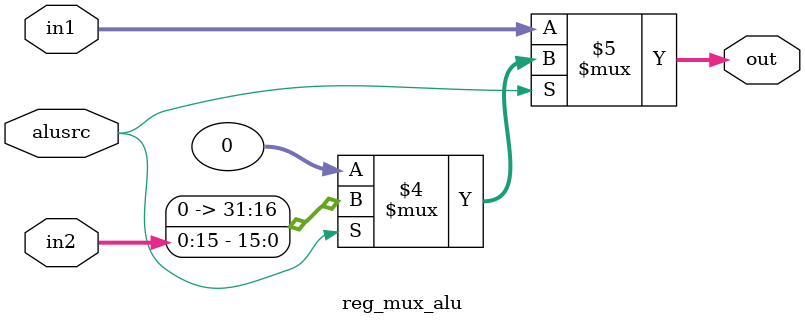
<source format=v>
module reg_mux_alu(in1,in2,alusrc,out);

input alusrc;
input [0:31] in1;
input [0:15] in2;
output [0:31] out;

assign out = alusrc == 0? in1:
	alusrc == 1? in2 : 0;

endmodule

</source>
